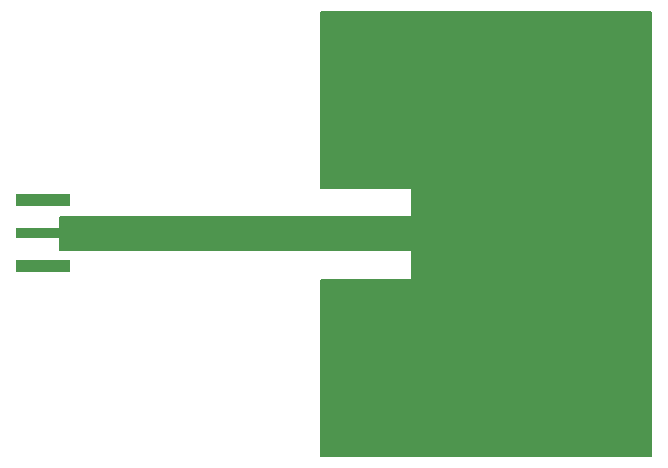
<source format=gbr>
%TF.GenerationSoftware,KiCad,Pcbnew,8.0.4*%
%TF.CreationDate,2024-11-08T13:08:53-05:00*%
%TF.ProjectId,2.4GHz_Patch,322e3447-487a-45f5-9061-7463682e6b69,rev?*%
%TF.SameCoordinates,Original*%
%TF.FileFunction,Copper,L1,Top*%
%TF.FilePolarity,Positive*%
%FSLAX46Y46*%
G04 Gerber Fmt 4.6, Leading zero omitted, Abs format (unit mm)*
G04 Created by KiCad (PCBNEW 8.0.4) date 2024-11-08 13:08:53*
%MOMM*%
%LPD*%
G01*
G04 APERTURE LIST*
%TA.AperFunction,EtchedComponent*%
%ADD10C,0.200000*%
%TD*%
%TA.AperFunction,SMDPad,CuDef*%
%ADD11R,4.560000X0.850000*%
%TD*%
%TA.AperFunction,SMDPad,CuDef*%
%ADD12R,4.560000X1.000000*%
%TD*%
%TA.AperFunction,ViaPad*%
%ADD13C,1.000000*%
%TD*%
G04 APERTURE END LIST*
%TO.C,AE1*%
D10*
X120218000Y-67406800D02*
X150000000Y-67406800D01*
X150000000Y-70185200D01*
X120218000Y-70185200D01*
X120218000Y-67406800D01*
%TA.AperFunction,EtchedComponent*%
G36*
X120218000Y-67406800D02*
G01*
X150000000Y-67406800D01*
X150000000Y-70185200D01*
X120218000Y-70185200D01*
X120218000Y-67406800D01*
G37*
%TD.AperFunction*%
X142278400Y-50000000D02*
X150000000Y-50000000D01*
X150000000Y-64906800D01*
X142278400Y-64906800D01*
X142278400Y-50000000D01*
%TA.AperFunction,EtchedComponent*%
G36*
X142278400Y-50000000D02*
G01*
X150000000Y-50000000D01*
X150000000Y-64906800D01*
X142278400Y-64906800D01*
X142278400Y-50000000D01*
G37*
%TD.AperFunction*%
X142278400Y-72685200D02*
X150000000Y-72685200D01*
X150000000Y-87592000D01*
X142278400Y-87592000D01*
X142278400Y-72685200D01*
%TA.AperFunction,EtchedComponent*%
G36*
X142278400Y-72685200D02*
G01*
X150000000Y-72685200D01*
X150000000Y-87592000D01*
X142278400Y-87592000D01*
X142278400Y-72685200D01*
G37*
%TD.AperFunction*%
X150000000Y-50000000D02*
X170218400Y-50000000D01*
X170218400Y-87592000D01*
X150000000Y-87592000D01*
X150000000Y-50000000D01*
%TA.AperFunction,EtchedComponent*%
G36*
X150000000Y-50000000D02*
G01*
X170218400Y-50000000D01*
X170218400Y-87592000D01*
X150000000Y-87592000D01*
X150000000Y-50000000D01*
G37*
%TD.AperFunction*%
%TD*%
D11*
%TO.P,J1,1*%
%TO.N,Net-(AE1-A)*%
X118750000Y-68750000D03*
D12*
%TO.P,J1,SH1*%
%TO.N,GND*%
X118750000Y-65980000D03*
%TO.P,J1,SH2*%
X118750000Y-71520000D03*
%TD*%
D13*
%TO.N,GND*%
X118750000Y-71520000D03*
X118750000Y-65980000D03*
%TD*%
M02*

</source>
